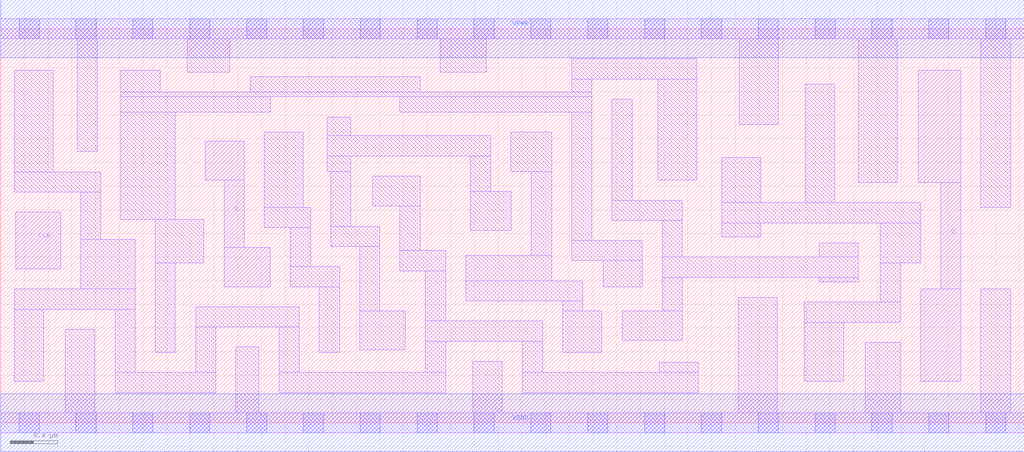
<source format=lef>
# Copyright 2020 The SkyWater PDK Authors
#
# Licensed under the Apache License, Version 2.0 (the "License");
# you may not use this file except in compliance with the License.
# You may obtain a copy of the License at
#
#     https://www.apache.org/licenses/LICENSE-2.0
#
# Unless required by applicable law or agreed to in writing, software
# distributed under the License is distributed on an "AS IS" BASIS,
# WITHOUT WARRANTIES OR CONDITIONS OF ANY KIND, either express or implied.
# See the License for the specific language governing permissions and
# limitations under the License.
#
# SPDX-License-Identifier: Apache-2.0

VERSION 5.7 ;
  NAMESCASESENSITIVE ON ;
  NOWIREEXTENSIONATPIN ON ;
  DIVIDERCHAR "/" ;
  BUSBITCHARS "[]" ;
UNITS
  DATABASE MICRONS 200 ;
END UNITS
MACRO sky130_fd_sc_ms__dfxtp_2
  CLASS CORE ;
  SOURCE USER ;
  FOREIGN sky130_fd_sc_ms__dfxtp_2 ;
  ORIGIN  0.000000  0.000000 ;
  SIZE  8.640000 BY  3.330000 ;
  SYMMETRY X Y ;
  SITE unit ;
  PIN D
    ANTENNAGATEAREA  0.138600 ;
    DIRECTION INPUT ;
    USE SIGNAL ;
    PORT
      LAYER li1 ;
        RECT 1.725000 2.050000 2.055000 2.380000 ;
        RECT 1.885000 1.150000 2.275000 1.480000 ;
        RECT 1.885000 1.480000 2.055000 2.050000 ;
    END
  END D
  PIN Q
    ANTENNADIFFAREA  0.509600 ;
    DIRECTION OUTPUT ;
    USE SIGNAL ;
    PORT
      LAYER li1 ;
        RECT 7.745000 2.030000 8.105000 2.980000 ;
        RECT 7.765000 0.350000 8.105000 1.130000 ;
        RECT 7.935000 1.130000 8.105000 2.030000 ;
    END
  END Q
  PIN CLK
    ANTENNAGATEAREA  0.312600 ;
    DIRECTION INPUT ;
    USE CLOCK ;
    PORT
      LAYER li1 ;
        RECT 0.125000 1.300000 0.505000 1.780000 ;
    END
  END CLK
  PIN VGND
    DIRECTION INOUT ;
    USE GROUND ;
    PORT
      LAYER met1 ;
        RECT 0.000000 -0.245000 8.640000 0.245000 ;
    END
  END VGND
  PIN VPWR
    DIRECTION INOUT ;
    USE POWER ;
    PORT
      LAYER met1 ;
        RECT 0.000000 3.085000 8.640000 3.575000 ;
    END
  END VPWR
  OBS
    LAYER li1 ;
      RECT 0.000000 -0.085000 8.640000 0.085000 ;
      RECT 0.000000  3.245000 8.640000 3.415000 ;
      RECT 0.115000  0.350000 0.365000 0.960000 ;
      RECT 0.115000  0.960000 1.135000 1.130000 ;
      RECT 0.115000  1.950000 0.845000 2.120000 ;
      RECT 0.115000  2.120000 0.445000 2.980000 ;
      RECT 0.545000  0.085000 0.795000 0.790000 ;
      RECT 0.645000  2.290000 0.815000 3.245000 ;
      RECT 0.675000  1.130000 1.135000 1.550000 ;
      RECT 0.675000  1.550000 0.845000 1.950000 ;
      RECT 0.965000  0.255000 1.815000 0.425000 ;
      RECT 0.965000  0.425000 1.135000 0.960000 ;
      RECT 1.015000  1.720000 1.475000 2.625000 ;
      RECT 1.015000  2.625000 2.275000 2.755000 ;
      RECT 1.015000  2.755000 4.990000 2.795000 ;
      RECT 1.015000  2.795000 1.345000 2.980000 ;
      RECT 1.305000  0.595000 1.475000 1.350000 ;
      RECT 1.305000  1.350000 1.715000 1.720000 ;
      RECT 1.575000  2.965000 1.935000 3.245000 ;
      RECT 1.645000  0.425000 1.815000 0.810000 ;
      RECT 1.645000  0.810000 2.520000 0.980000 ;
      RECT 1.985000  0.085000 2.180000 0.640000 ;
      RECT 2.105000  2.795000 3.540000 2.925000 ;
      RECT 2.225000  1.650000 2.615000 1.820000 ;
      RECT 2.225000  1.820000 2.555000 2.455000 ;
      RECT 2.350000  0.255000 3.755000 0.425000 ;
      RECT 2.350000  0.425000 2.520000 0.810000 ;
      RECT 2.445000  1.150000 2.860000 1.320000 ;
      RECT 2.445000  1.320000 2.615000 1.650000 ;
      RECT 2.690000  0.595000 2.860000 1.150000 ;
      RECT 2.755000  2.125000 2.955000 2.255000 ;
      RECT 2.755000  2.255000 4.135000 2.425000 ;
      RECT 2.755000  2.425000 2.955000 2.585000 ;
      RECT 2.785000  1.490000 3.200000 1.660000 ;
      RECT 2.785000  1.660000 2.955000 2.125000 ;
      RECT 3.030000  0.615000 3.415000 0.945000 ;
      RECT 3.030000  0.945000 3.200000 1.490000 ;
      RECT 3.140000  1.830000 3.540000 2.085000 ;
      RECT 3.370000  1.285000 3.755000 1.455000 ;
      RECT 3.370000  1.455000 3.540000 1.830000 ;
      RECT 3.370000  2.625000 4.990000 2.755000 ;
      RECT 3.585000  0.425000 3.755000 0.690000 ;
      RECT 3.585000  0.690000 4.575000 0.860000 ;
      RECT 3.585000  0.860000 3.755000 1.285000 ;
      RECT 3.710000  2.965000 4.100000 3.245000 ;
      RECT 3.925000  1.030000 4.915000 1.200000 ;
      RECT 3.925000  1.200000 4.650000 1.415000 ;
      RECT 3.965000  1.625000 4.310000 1.955000 ;
      RECT 3.965000  1.955000 4.135000 2.255000 ;
      RECT 3.985000  0.085000 4.235000 0.520000 ;
      RECT 4.305000  2.125000 4.650000 2.455000 ;
      RECT 4.405000  0.255000 5.890000 0.425000 ;
      RECT 4.405000  0.425000 4.575000 0.690000 ;
      RECT 4.480000  1.415000 4.650000 2.125000 ;
      RECT 4.745000  0.595000 5.075000 0.945000 ;
      RECT 4.745000  0.945000 4.915000 1.030000 ;
      RECT 4.820000  1.370000 5.415000 1.540000 ;
      RECT 4.820000  1.540000 4.990000 2.625000 ;
      RECT 4.820000  2.795000 4.990000 2.905000 ;
      RECT 4.820000  2.905000 5.875000 3.075000 ;
      RECT 5.085000  1.150000 5.415000 1.370000 ;
      RECT 5.160000  1.710000 5.755000 1.880000 ;
      RECT 5.160000  1.880000 5.330000 2.735000 ;
      RECT 5.245000  0.695000 5.755000 0.945000 ;
      RECT 5.545000  2.050000 5.875000 2.905000 ;
      RECT 5.560000  0.425000 5.890000 0.510000 ;
      RECT 5.585000  0.945000 5.755000 1.230000 ;
      RECT 5.585000  1.230000 7.240000 1.400000 ;
      RECT 5.585000  1.400000 5.755000 1.710000 ;
      RECT 6.085000  1.570000 6.415000 1.690000 ;
      RECT 6.085000  1.690000 7.765000 1.860000 ;
      RECT 6.085000  1.860000 6.415000 2.240000 ;
      RECT 6.225000  0.085000 6.555000 1.060000 ;
      RECT 6.235000  2.520000 6.565000 3.245000 ;
      RECT 6.785000  0.350000 7.115000 0.850000 ;
      RECT 6.785000  0.850000 7.595000 1.020000 ;
      RECT 6.790000  1.860000 7.040000 2.860000 ;
      RECT 6.910000  1.190000 7.240000 1.230000 ;
      RECT 6.910000  1.400000 7.240000 1.520000 ;
      RECT 7.240000  2.030000 7.570000 3.245000 ;
      RECT 7.300000  0.085000 7.595000 0.680000 ;
      RECT 7.425000  1.020000 7.595000 1.350000 ;
      RECT 7.425000  1.350000 7.765000 1.690000 ;
      RECT 8.275000  0.085000 8.525000 1.130000 ;
      RECT 8.275000  1.820000 8.525000 3.245000 ;
    LAYER mcon ;
      RECT 0.155000 -0.085000 0.325000 0.085000 ;
      RECT 0.155000  3.245000 0.325000 3.415000 ;
      RECT 0.635000 -0.085000 0.805000 0.085000 ;
      RECT 0.635000  3.245000 0.805000 3.415000 ;
      RECT 1.115000 -0.085000 1.285000 0.085000 ;
      RECT 1.115000  3.245000 1.285000 3.415000 ;
      RECT 1.595000 -0.085000 1.765000 0.085000 ;
      RECT 1.595000  3.245000 1.765000 3.415000 ;
      RECT 2.075000 -0.085000 2.245000 0.085000 ;
      RECT 2.075000  3.245000 2.245000 3.415000 ;
      RECT 2.555000 -0.085000 2.725000 0.085000 ;
      RECT 2.555000  3.245000 2.725000 3.415000 ;
      RECT 3.035000 -0.085000 3.205000 0.085000 ;
      RECT 3.035000  3.245000 3.205000 3.415000 ;
      RECT 3.515000 -0.085000 3.685000 0.085000 ;
      RECT 3.515000  3.245000 3.685000 3.415000 ;
      RECT 3.995000 -0.085000 4.165000 0.085000 ;
      RECT 3.995000  3.245000 4.165000 3.415000 ;
      RECT 4.475000 -0.085000 4.645000 0.085000 ;
      RECT 4.475000  3.245000 4.645000 3.415000 ;
      RECT 4.955000 -0.085000 5.125000 0.085000 ;
      RECT 4.955000  3.245000 5.125000 3.415000 ;
      RECT 5.435000 -0.085000 5.605000 0.085000 ;
      RECT 5.435000  3.245000 5.605000 3.415000 ;
      RECT 5.915000 -0.085000 6.085000 0.085000 ;
      RECT 5.915000  3.245000 6.085000 3.415000 ;
      RECT 6.395000 -0.085000 6.565000 0.085000 ;
      RECT 6.395000  3.245000 6.565000 3.415000 ;
      RECT 6.875000 -0.085000 7.045000 0.085000 ;
      RECT 6.875000  3.245000 7.045000 3.415000 ;
      RECT 7.355000 -0.085000 7.525000 0.085000 ;
      RECT 7.355000  3.245000 7.525000 3.415000 ;
      RECT 7.835000 -0.085000 8.005000 0.085000 ;
      RECT 7.835000  3.245000 8.005000 3.415000 ;
      RECT 8.315000 -0.085000 8.485000 0.085000 ;
      RECT 8.315000  3.245000 8.485000 3.415000 ;
  END
END sky130_fd_sc_ms__dfxtp_2
END LIBRARY

</source>
